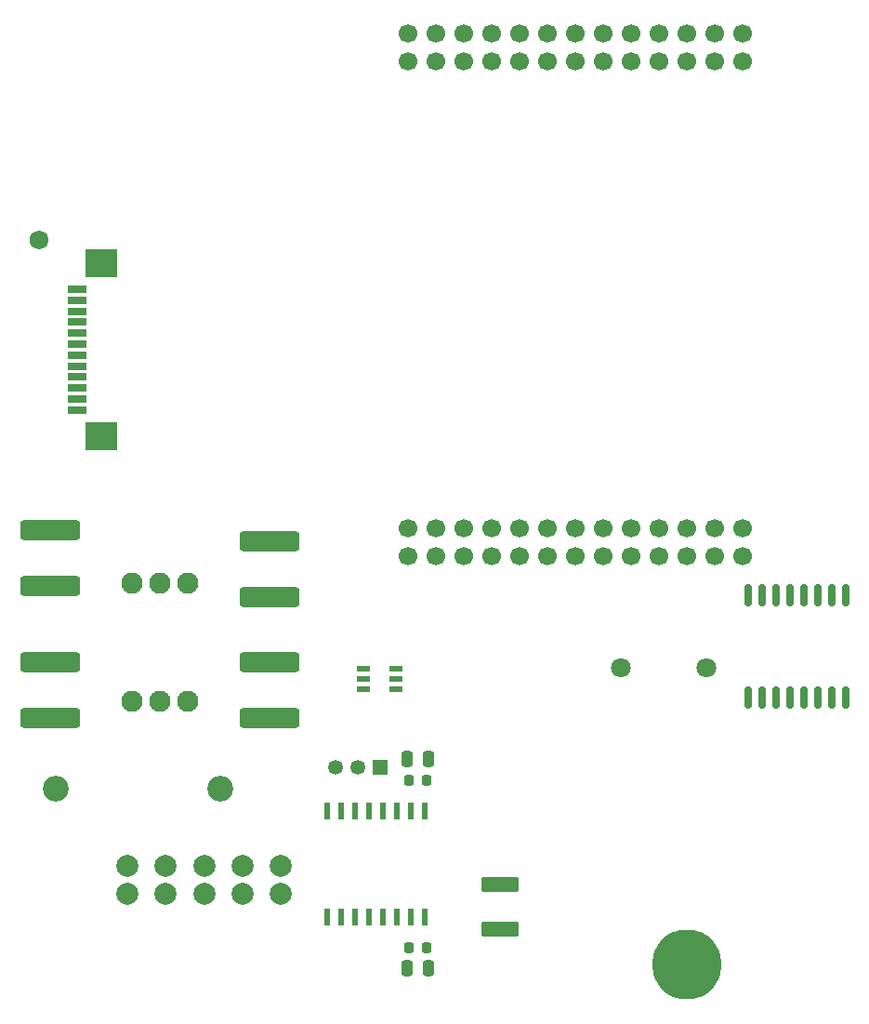
<source format=gbr>
%TF.GenerationSoftware,KiCad,Pcbnew,9.0.2*%
%TF.CreationDate,2025-05-30T08:39:38+03:00*%
%TF.ProjectId,PMCPU-LLU,504d4350-552d-44c4-9c55-2e6b69636164,rev?*%
%TF.SameCoordinates,Original*%
%TF.FileFunction,Soldermask,Top*%
%TF.FilePolarity,Negative*%
%FSLAX46Y46*%
G04 Gerber Fmt 4.6, Leading zero omitted, Abs format (unit mm)*
G04 Created by KiCad (PCBNEW 9.0.2) date 2025-05-30 08:39:38*
%MOMM*%
%LPD*%
G01*
G04 APERTURE LIST*
G04 Aperture macros list*
%AMRoundRect*
0 Rectangle with rounded corners*
0 $1 Rounding radius*
0 $2 $3 $4 $5 $6 $7 $8 $9 X,Y pos of 4 corners*
0 Add a 4 corners polygon primitive as box body*
4,1,4,$2,$3,$4,$5,$6,$7,$8,$9,$2,$3,0*
0 Add four circle primitives for the rounded corners*
1,1,$1+$1,$2,$3*
1,1,$1+$1,$4,$5*
1,1,$1+$1,$6,$7*
1,1,$1+$1,$8,$9*
0 Add four rect primitives between the rounded corners*
20,1,$1+$1,$2,$3,$4,$5,0*
20,1,$1+$1,$4,$5,$6,$7,0*
20,1,$1+$1,$6,$7,$8,$9,0*
20,1,$1+$1,$8,$9,$2,$3,0*%
G04 Aperture macros list end*
%ADD10O,6.350000X6.350000*%
%ADD11R,1.181100X0.558800*%
%ADD12C,1.800000*%
%ADD13RoundRect,0.250000X2.450000X-0.650000X2.450000X0.650000X-2.450000X0.650000X-2.450000X-0.650000X0*%
%ADD14C,1.700000*%
%ADD15RoundRect,0.249999X1.450001X-0.450001X1.450001X0.450001X-1.450001X0.450001X-1.450001X-0.450001X0*%
%ADD16R,0.482600X1.549400*%
%ADD17C,1.950000*%
%ADD18R,1.803400X0.635000*%
%ADD19R,2.997200X2.590800*%
%ADD20R,1.350000X1.350000*%
%ADD21C,1.350000*%
%ADD22RoundRect,0.250000X0.250000X0.475000X-0.250000X0.475000X-0.250000X-0.475000X0.250000X-0.475000X0*%
%ADD23C,1.725000*%
%ADD24RoundRect,0.225000X0.225000X0.250000X-0.225000X0.250000X-0.225000X-0.250000X0.225000X-0.250000X0*%
%ADD25RoundRect,0.150000X0.150000X-0.875000X0.150000X0.875000X-0.150000X0.875000X-0.150000X-0.875000X0*%
%ADD26C,2.000000*%
%ADD27C,2.350000*%
G04 APERTURE END LIST*
D10*
%TO.C,PE1*%
X22000000Y-46000000D03*
%TD*%
D11*
%TO.C,U7*%
X-4533150Y-20950001D03*
X-4533150Y-20000000D03*
X-4533150Y-19049999D03*
X-7466850Y-19049999D03*
X-7466850Y-20000000D03*
X-7466850Y-20950001D03*
%TD*%
D12*
%TO.C,J1*%
X23750000Y-19000000D03*
X16000000Y-19000000D03*
%TD*%
D13*
%TO.C,C3*%
X-36000000Y-11550000D03*
X-36000000Y-6450000D03*
%TD*%
D14*
%TO.C,U5*%
X-3440000Y38770000D03*
X21960000Y38770000D03*
X24500000Y38770000D03*
X27040000Y38770000D03*
X-900000Y38770000D03*
X21960000Y36230000D03*
X24500000Y36230000D03*
X27040000Y36230000D03*
X1640000Y38770000D03*
X21960000Y-6230000D03*
X24500000Y-6230000D03*
X27040000Y-6230000D03*
X4180000Y38770000D03*
X21960000Y-8770000D03*
X24500000Y-8770000D03*
X27040000Y-8770000D03*
X6720000Y38770000D03*
X9260000Y38770000D03*
X11800000Y38770000D03*
X14340000Y38770000D03*
X16880000Y38770000D03*
X19420000Y38770000D03*
X-3440000Y36230000D03*
X-900000Y36230000D03*
X1640000Y36230000D03*
X4180000Y36230000D03*
X6720000Y36230000D03*
X9260000Y36230000D03*
X11800000Y36230000D03*
X14340000Y36230000D03*
X16880000Y36230000D03*
X19420000Y36230000D03*
X-3440000Y-6230000D03*
X-900000Y-6230000D03*
X1640000Y-6230000D03*
X4180000Y-6230000D03*
X6720000Y-6230000D03*
X9260000Y-6230000D03*
X11800000Y-6230000D03*
X14340000Y-6230000D03*
X16880000Y-6230000D03*
X19420000Y-6230000D03*
X-3440000Y-8770000D03*
X-900000Y-8770000D03*
X1640000Y-8770000D03*
X4180000Y-8770000D03*
X6720000Y-8770000D03*
X9260000Y-8770000D03*
X11800000Y-8770000D03*
X14340000Y-8770000D03*
X16880000Y-8770000D03*
X19420000Y-8770000D03*
%TD*%
D13*
%TO.C,C6*%
X-36000000Y-23550000D03*
X-36000000Y-18450000D03*
%TD*%
D15*
%TO.C,C1*%
X5000000Y-42800000D03*
X5000000Y-38700000D03*
%TD*%
D16*
%TO.C,U4*%
X-1905000Y-32004000D03*
X-3175000Y-32004000D03*
X-4445000Y-32004000D03*
X-5715000Y-32004000D03*
X-6985000Y-32004000D03*
X-8255000Y-32004000D03*
X-9525000Y-32004000D03*
X-10795000Y-32004000D03*
X-10795000Y-41656000D03*
X-9525000Y-41656000D03*
X-8255000Y-41656000D03*
X-6985000Y-41656000D03*
X-5715000Y-41656000D03*
X-4445000Y-41656000D03*
X-3175000Y-41656000D03*
X-1905000Y-41656000D03*
%TD*%
D17*
%TO.C,J5*%
X-23460000Y-22000000D03*
X-26000000Y-22000000D03*
X-28540000Y-22000000D03*
%TD*%
D18*
%TO.C,J7*%
X-33556000Y4500008D03*
X-33556000Y5500006D03*
X-33556000Y6500004D03*
X-33556000Y7500002D03*
X-33556000Y8500000D03*
X-33556000Y9500000D03*
X-33556000Y10500000D03*
X-33556000Y11500000D03*
X-33556000Y12499998D03*
X-33556000Y13499996D03*
X-33556000Y14499994D03*
X-33556000Y15499992D03*
D19*
X-31385999Y2149997D03*
X-31385999Y17850003D03*
%TD*%
D20*
%TO.C,J11*%
X-6000000Y-28000000D03*
D21*
X-8000000Y-28000000D03*
X-10000000Y-28000000D03*
%TD*%
D22*
%TO.C,C10*%
X-1590000Y-46355000D03*
X-3490000Y-46355000D03*
%TD*%
%TO.C,C12*%
X-1590000Y-27305000D03*
X-3490000Y-27305000D03*
%TD*%
D17*
%TO.C,J4*%
X-23460000Y-11235000D03*
X-26000000Y-11235000D03*
X-28540000Y-11235000D03*
%TD*%
D23*
%TO.C,U2*%
X-37000000Y20000000D03*
%TD*%
D24*
%TO.C,C9*%
X-1765000Y-44450000D03*
X-3315000Y-44450000D03*
%TD*%
D13*
%TO.C,C5*%
X-16000000Y-23550000D03*
X-16000000Y-18450000D03*
%TD*%
%TO.C,C2*%
X-16000000Y-12550000D03*
X-16000000Y-7450000D03*
%TD*%
D25*
%TO.C,U6*%
X27555000Y-21650000D03*
X28825000Y-21650000D03*
X30095000Y-21650000D03*
X31365000Y-21650000D03*
X32635000Y-21650000D03*
X33905000Y-21650000D03*
X35175000Y-21650000D03*
X36445000Y-21650000D03*
X36445000Y-12350000D03*
X35175000Y-12350000D03*
X33905000Y-12350000D03*
X32635000Y-12350000D03*
X31365000Y-12350000D03*
X30095000Y-12350000D03*
X28825000Y-12350000D03*
X27555000Y-12350000D03*
%TD*%
D26*
%TO.C,J3*%
X-29000000Y-37000000D03*
X-25500000Y-37000000D03*
X-22000000Y-37000000D03*
X-18500000Y-37000000D03*
X-15000000Y-37000000D03*
X-29000000Y-39500000D03*
X-25500000Y-39500000D03*
X-22000000Y-39500000D03*
X-18500000Y-39500000D03*
X-15000000Y-39500000D03*
%TD*%
D24*
%TO.C,C11*%
X-1765000Y-29210000D03*
X-3315000Y-29210000D03*
%TD*%
D27*
%TO.C,U1*%
X-35500000Y-30000000D03*
X-20500000Y-30000000D03*
%TD*%
M02*

</source>
